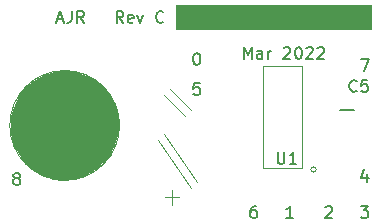
<source format=gbr>
G04 #@! TF.GenerationSoftware,KiCad,Pcbnew,5.1.5+dfsg1-2build2*
G04 #@! TF.CreationDate,2022-03-31T22:27:54+01:00*
G04 #@! TF.ProjectId,throwie,7468726f-7769-4652-9e6b-696361645f70,rev?*
G04 #@! TF.SameCoordinates,Original*
G04 #@! TF.FileFunction,Legend,Top*
G04 #@! TF.FilePolarity,Positive*
%FSLAX46Y46*%
G04 Gerber Fmt 4.6, Leading zero omitted, Abs format (unit mm)*
G04 Created by KiCad (PCBNEW 5.1.5+dfsg1-2build2) date 2022-03-31 22:27:54*
%MOMM*%
%LPD*%
G04 APERTURE LIST*
%ADD10C,0.150000*%
%ADD11C,0.120000*%
%ADD12C,0.100000*%
%ADD13C,0.200000*%
G04 APERTURE END LIST*
D10*
X24034761Y-159392952D02*
X23939523Y-159345333D01*
X23891904Y-159297714D01*
X23844285Y-159202476D01*
X23844285Y-159154857D01*
X23891904Y-159059619D01*
X23939523Y-159012000D01*
X24034761Y-158964380D01*
X24225238Y-158964380D01*
X24320476Y-159012000D01*
X24368095Y-159059619D01*
X24415714Y-159154857D01*
X24415714Y-159202476D01*
X24368095Y-159297714D01*
X24320476Y-159345333D01*
X24225238Y-159392952D01*
X24034761Y-159392952D01*
X23939523Y-159440571D01*
X23891904Y-159488190D01*
X23844285Y-159583428D01*
X23844285Y-159773904D01*
X23891904Y-159869142D01*
X23939523Y-159916761D01*
X24034761Y-159964380D01*
X24225238Y-159964380D01*
X24320476Y-159916761D01*
X24368095Y-159869142D01*
X24415714Y-159773904D01*
X24415714Y-159583428D01*
X24368095Y-159488190D01*
X24320476Y-159440571D01*
X24225238Y-159392952D01*
X44386476Y-161758380D02*
X44196000Y-161758380D01*
X44100761Y-161806000D01*
X44053142Y-161853619D01*
X43957904Y-161996476D01*
X43910285Y-162186952D01*
X43910285Y-162567904D01*
X43957904Y-162663142D01*
X44005523Y-162710761D01*
X44100761Y-162758380D01*
X44291238Y-162758380D01*
X44386476Y-162710761D01*
X44434095Y-162663142D01*
X44481714Y-162567904D01*
X44481714Y-162329809D01*
X44434095Y-162234571D01*
X44386476Y-162186952D01*
X44291238Y-162139333D01*
X44100761Y-162139333D01*
X44005523Y-162186952D01*
X43957904Y-162234571D01*
X43910285Y-162329809D01*
X53260666Y-149312380D02*
X53927333Y-149312380D01*
X53498761Y-150312380D01*
X39322380Y-148804380D02*
X39417619Y-148804380D01*
X39512857Y-148852000D01*
X39560476Y-148899619D01*
X39608095Y-148994857D01*
X39655714Y-149185333D01*
X39655714Y-149423428D01*
X39608095Y-149613904D01*
X39560476Y-149709142D01*
X39512857Y-149756761D01*
X39417619Y-149804380D01*
X39322380Y-149804380D01*
X39227142Y-149756761D01*
X39179523Y-149709142D01*
X39131904Y-149613904D01*
X39084285Y-149423428D01*
X39084285Y-149185333D01*
X39131904Y-148994857D01*
X39179523Y-148899619D01*
X39227142Y-148852000D01*
X39322380Y-148804380D01*
X39608095Y-151344380D02*
X39131904Y-151344380D01*
X39084285Y-151820571D01*
X39131904Y-151772952D01*
X39227142Y-151725333D01*
X39465238Y-151725333D01*
X39560476Y-151772952D01*
X39608095Y-151820571D01*
X39655714Y-151915809D01*
X39655714Y-152153904D01*
X39608095Y-152249142D01*
X39560476Y-152296761D01*
X39465238Y-152344380D01*
X39227142Y-152344380D01*
X39131904Y-152296761D01*
X39084285Y-152249142D01*
X27582952Y-145962666D02*
X28059142Y-145962666D01*
X27487714Y-146248380D02*
X27821047Y-145248380D01*
X28154380Y-146248380D01*
X28773428Y-145248380D02*
X28773428Y-145962666D01*
X28725809Y-146105523D01*
X28630571Y-146200761D01*
X28487714Y-146248380D01*
X28392476Y-146248380D01*
X29821047Y-146248380D02*
X29487714Y-145772190D01*
X29249619Y-146248380D02*
X29249619Y-145248380D01*
X29630571Y-145248380D01*
X29725809Y-145296000D01*
X29773428Y-145343619D01*
X29821047Y-145438857D01*
X29821047Y-145581714D01*
X29773428Y-145676952D01*
X29725809Y-145724571D01*
X29630571Y-145772190D01*
X29249619Y-145772190D01*
X33163047Y-146248380D02*
X32829714Y-145772190D01*
X32591619Y-146248380D02*
X32591619Y-145248380D01*
X32972571Y-145248380D01*
X33067809Y-145296000D01*
X33115428Y-145343619D01*
X33163047Y-145438857D01*
X33163047Y-145581714D01*
X33115428Y-145676952D01*
X33067809Y-145724571D01*
X32972571Y-145772190D01*
X32591619Y-145772190D01*
X33972571Y-146200761D02*
X33877333Y-146248380D01*
X33686857Y-146248380D01*
X33591619Y-146200761D01*
X33544000Y-146105523D01*
X33544000Y-145724571D01*
X33591619Y-145629333D01*
X33686857Y-145581714D01*
X33877333Y-145581714D01*
X33972571Y-145629333D01*
X34020190Y-145724571D01*
X34020190Y-145819809D01*
X33544000Y-145915047D01*
X34353523Y-145581714D02*
X34591619Y-146248380D01*
X34829714Y-145581714D01*
X36544000Y-146153142D02*
X36496380Y-146200761D01*
X36353523Y-146248380D01*
X36258285Y-146248380D01*
X36115428Y-146200761D01*
X36020190Y-146105523D01*
X35972571Y-146010285D01*
X35924952Y-145819809D01*
X35924952Y-145676952D01*
X35972571Y-145486476D01*
X36020190Y-145391238D01*
X36115428Y-145296000D01*
X36258285Y-145248380D01*
X36353523Y-145248380D01*
X36496380Y-145296000D01*
X36544000Y-145343619D01*
D11*
X36576000Y-152400000D02*
X38354000Y-154178000D01*
X37084000Y-151892000D02*
X38862000Y-153670000D01*
X36576000Y-155702000D02*
X39370000Y-159766000D01*
X36068000Y-156210000D02*
X38862000Y-160274000D01*
X27808248Y-152050103D02*
G75*
G02X28448000Y-153416000I-1138248J-1365897D01*
G01*
D10*
X43355047Y-149296380D02*
X43355047Y-148296380D01*
X43688380Y-149010666D01*
X44021714Y-148296380D01*
X44021714Y-149296380D01*
X44926476Y-149296380D02*
X44926476Y-148772571D01*
X44878857Y-148677333D01*
X44783619Y-148629714D01*
X44593142Y-148629714D01*
X44497904Y-148677333D01*
X44926476Y-149248761D02*
X44831238Y-149296380D01*
X44593142Y-149296380D01*
X44497904Y-149248761D01*
X44450285Y-149153523D01*
X44450285Y-149058285D01*
X44497904Y-148963047D01*
X44593142Y-148915428D01*
X44831238Y-148915428D01*
X44926476Y-148867809D01*
X45402666Y-149296380D02*
X45402666Y-148629714D01*
X45402666Y-148820190D02*
X45450285Y-148724952D01*
X45497904Y-148677333D01*
X45593142Y-148629714D01*
X45688380Y-148629714D01*
X46736000Y-148391619D02*
X46783619Y-148344000D01*
X46878857Y-148296380D01*
X47116952Y-148296380D01*
X47212190Y-148344000D01*
X47259809Y-148391619D01*
X47307428Y-148486857D01*
X47307428Y-148582095D01*
X47259809Y-148724952D01*
X46688380Y-149296380D01*
X47307428Y-149296380D01*
X47926476Y-148296380D02*
X48021714Y-148296380D01*
X48116952Y-148344000D01*
X48164571Y-148391619D01*
X48212190Y-148486857D01*
X48259809Y-148677333D01*
X48259809Y-148915428D01*
X48212190Y-149105904D01*
X48164571Y-149201142D01*
X48116952Y-149248761D01*
X48021714Y-149296380D01*
X47926476Y-149296380D01*
X47831238Y-149248761D01*
X47783619Y-149201142D01*
X47736000Y-149105904D01*
X47688380Y-148915428D01*
X47688380Y-148677333D01*
X47736000Y-148486857D01*
X47783619Y-148391619D01*
X47831238Y-148344000D01*
X47926476Y-148296380D01*
X48640761Y-148391619D02*
X48688380Y-148344000D01*
X48783619Y-148296380D01*
X49021714Y-148296380D01*
X49116952Y-148344000D01*
X49164571Y-148391619D01*
X49212190Y-148486857D01*
X49212190Y-148582095D01*
X49164571Y-148724952D01*
X48593142Y-149296380D01*
X49212190Y-149296380D01*
X49593142Y-148391619D02*
X49640761Y-148344000D01*
X49736000Y-148296380D01*
X49974095Y-148296380D01*
X50069333Y-148344000D01*
X50116952Y-148391619D01*
X50164571Y-148486857D01*
X50164571Y-148582095D01*
X50116952Y-148724952D01*
X49545523Y-149296380D01*
X50164571Y-149296380D01*
X53784476Y-159043714D02*
X53784476Y-159710380D01*
X53546380Y-158662761D02*
X53308285Y-159377047D01*
X53927333Y-159377047D01*
X53260666Y-161758380D02*
X53879714Y-161758380D01*
X53546380Y-162139333D01*
X53689238Y-162139333D01*
X53784476Y-162186952D01*
X53832095Y-162234571D01*
X53879714Y-162329809D01*
X53879714Y-162567904D01*
X53832095Y-162663142D01*
X53784476Y-162710761D01*
X53689238Y-162758380D01*
X53403523Y-162758380D01*
X53308285Y-162710761D01*
X53260666Y-162663142D01*
X50260285Y-161853619D02*
X50307904Y-161806000D01*
X50403142Y-161758380D01*
X50641238Y-161758380D01*
X50736476Y-161806000D01*
X50784095Y-161853619D01*
X50831714Y-161948857D01*
X50831714Y-162044095D01*
X50784095Y-162186952D01*
X50212666Y-162758380D01*
X50831714Y-162758380D01*
X47529714Y-162758380D02*
X46958285Y-162758380D01*
X47244000Y-162758380D02*
X47244000Y-161758380D01*
X47148761Y-161901238D01*
X47053523Y-161996476D01*
X46958285Y-162044095D01*
D12*
G36*
X54102000Y-146812000D02*
G01*
X37592000Y-146812000D01*
X37592000Y-144780000D01*
X54102000Y-144780000D01*
X54102000Y-146812000D01*
G37*
X54102000Y-146812000D02*
X37592000Y-146812000D01*
X37592000Y-144780000D01*
X54102000Y-144780000D01*
X54102000Y-146812000D01*
D11*
X49482274Y-158674000D02*
G75*
G03X49482274Y-158674000I-226274J0D01*
G01*
X48276000Y-149919000D02*
X44976000Y-149919000D01*
X48276000Y-158569000D02*
X44976000Y-158569000D01*
X44976000Y-158569000D02*
X44976000Y-149919000D01*
X48276000Y-158569000D02*
X48276000Y-149919000D01*
D12*
G36*
X32734000Y-155840000D02*
G01*
X32434000Y-156640000D01*
X32034000Y-157540000D01*
X31434000Y-158140000D01*
X30734000Y-158740000D01*
X29934000Y-159240000D01*
X28934000Y-159440000D01*
X28034000Y-159540000D01*
X27234000Y-159440000D01*
X26334000Y-159140000D01*
X25634000Y-158740000D01*
X25234000Y-158440000D01*
X24634000Y-157840000D01*
X24134000Y-157040000D01*
X23734000Y-156240000D01*
X23634000Y-155240000D01*
X23634000Y-154140000D01*
X24034000Y-153040000D01*
X24434000Y-152240000D01*
X25034000Y-151640000D01*
X25634000Y-151140000D01*
X26434000Y-150640000D01*
X27334000Y-150440000D01*
X28134000Y-150340000D01*
X29034000Y-150440000D01*
X29734000Y-150640000D01*
X30534000Y-150940000D01*
X31234000Y-151540000D01*
X31834000Y-152140000D01*
X32134000Y-152640000D01*
X32434000Y-153240000D01*
X32634000Y-153740000D01*
X32734000Y-154440000D01*
X32734000Y-154940000D01*
X32734000Y-155840000D01*
G37*
X32734000Y-155840000D02*
X32434000Y-156640000D01*
X32034000Y-157540000D01*
X31434000Y-158140000D01*
X30734000Y-158740000D01*
X29934000Y-159240000D01*
X28934000Y-159440000D01*
X28034000Y-159540000D01*
X27234000Y-159440000D01*
X26334000Y-159140000D01*
X25634000Y-158740000D01*
X25234000Y-158440000D01*
X24634000Y-157840000D01*
X24134000Y-157040000D01*
X23734000Y-156240000D01*
X23634000Y-155240000D01*
X23634000Y-154140000D01*
X24034000Y-153040000D01*
X24434000Y-152240000D01*
X25034000Y-151640000D01*
X25634000Y-151140000D01*
X26434000Y-150640000D01*
X27334000Y-150440000D01*
X28134000Y-150340000D01*
X29034000Y-150440000D01*
X29734000Y-150640000D01*
X30534000Y-150940000D01*
X31234000Y-151540000D01*
X31834000Y-152140000D01*
X32134000Y-152640000D01*
X32434000Y-153240000D01*
X32634000Y-153740000D01*
X32734000Y-154440000D01*
X32734000Y-154940000D01*
X32734000Y-155840000D01*
D11*
X32844000Y-154940000D02*
G75*
G03X32844000Y-154940000I-4650000J0D01*
G01*
X37258000Y-161636000D02*
X37258000Y-160436000D01*
X36658000Y-161036000D02*
X37858000Y-161036000D01*
D13*
X52670000Y-153656000D02*
X51470000Y-153656000D01*
D10*
X46228095Y-157186380D02*
X46228095Y-157995904D01*
X46275714Y-158091142D01*
X46323333Y-158138761D01*
X46418571Y-158186380D01*
X46609047Y-158186380D01*
X46704285Y-158138761D01*
X46751904Y-158091142D01*
X46799523Y-157995904D01*
X46799523Y-157186380D01*
X47799523Y-158186380D02*
X47228095Y-158186380D01*
X47513809Y-158186380D02*
X47513809Y-157186380D01*
X47418571Y-157329238D01*
X47323333Y-157424476D01*
X47228095Y-157472095D01*
X29486380Y-153349523D02*
X30486380Y-152682857D01*
X29486380Y-152682857D02*
X30486380Y-153349523D01*
X30486380Y-151778095D02*
X30486380Y-152349523D01*
X30486380Y-152063809D02*
X29486380Y-152063809D01*
X29629238Y-152159047D01*
X29724476Y-152254285D01*
X29772095Y-152349523D01*
X52919333Y-151995142D02*
X52871714Y-152042761D01*
X52728857Y-152090380D01*
X52633619Y-152090380D01*
X52490761Y-152042761D01*
X52395523Y-151947523D01*
X52347904Y-151852285D01*
X52300285Y-151661809D01*
X52300285Y-151518952D01*
X52347904Y-151328476D01*
X52395523Y-151233238D01*
X52490761Y-151138000D01*
X52633619Y-151090380D01*
X52728857Y-151090380D01*
X52871714Y-151138000D01*
X52919333Y-151185619D01*
X53824095Y-151090380D02*
X53347904Y-151090380D01*
X53300285Y-151566571D01*
X53347904Y-151518952D01*
X53443142Y-151471333D01*
X53681238Y-151471333D01*
X53776476Y-151518952D01*
X53824095Y-151566571D01*
X53871714Y-151661809D01*
X53871714Y-151899904D01*
X53824095Y-151995142D01*
X53776476Y-152042761D01*
X53681238Y-152090380D01*
X53443142Y-152090380D01*
X53347904Y-152042761D01*
X53300285Y-151995142D01*
M02*

</source>
